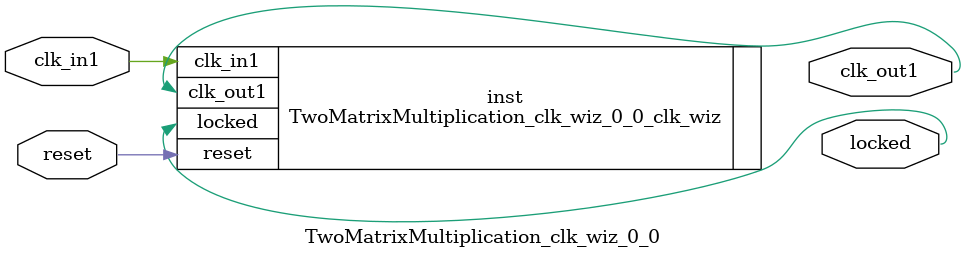
<source format=v>


`timescale 1ps/1ps

(* CORE_GENERATION_INFO = "TwoMatrixMultiplication_clk_wiz_0_0,clk_wiz_v6_0_2_0_0,{component_name=TwoMatrixMultiplication_clk_wiz_0_0,use_phase_alignment=true,use_min_o_jitter=false,use_max_i_jitter=false,use_dyn_phase_shift=false,use_inclk_switchover=false,use_dyn_reconfig=false,enable_axi=0,feedback_source=FDBK_AUTO,PRIMITIVE=MMCM,num_out_clk=1,clkin1_period=10.000,clkin2_period=10.000,use_power_down=false,use_reset=true,use_locked=true,use_inclk_stopped=false,feedback_type=SINGLE,CLOCK_MGR_TYPE=NA,manual_override=false}" *)

module TwoMatrixMultiplication_clk_wiz_0_0 
 (
  // Clock out ports
  output        clk_out1,
  // Status and control signals
  input         reset,
  output        locked,
 // Clock in ports
  input         clk_in1
 );

  TwoMatrixMultiplication_clk_wiz_0_0_clk_wiz inst
  (
  // Clock out ports  
  .clk_out1(clk_out1),
  // Status and control signals               
  .reset(reset), 
  .locked(locked),
 // Clock in ports
  .clk_in1(clk_in1)
  );

endmodule

</source>
